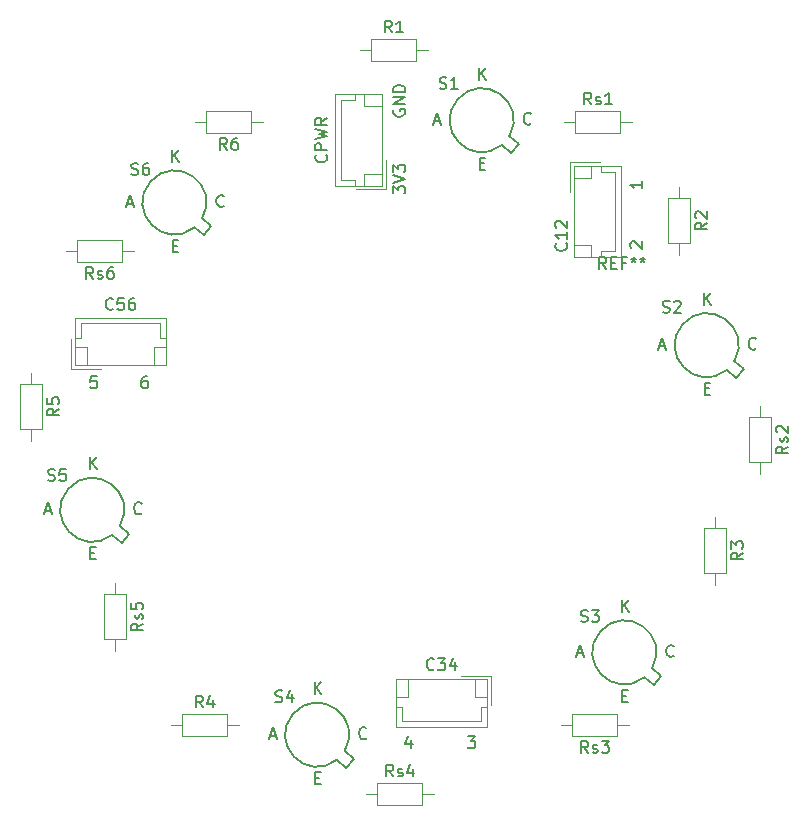
<source format=gbr>
%TF.GenerationSoftware,KiCad,Pcbnew,(5.1.10)-1*%
%TF.CreationDate,2021-12-11T16:43:53+01:00*%
%TF.ProjectId,qura_pump_pcb,71757261-5f70-4756-9d70-5f7063622e6b,rev?*%
%TF.SameCoordinates,Original*%
%TF.FileFunction,Legend,Top*%
%TF.FilePolarity,Positive*%
%FSLAX46Y46*%
G04 Gerber Fmt 4.6, Leading zero omitted, Abs format (unit mm)*
G04 Created by KiCad (PCBNEW (5.1.10)-1) date 2021-12-11 16:43:53*
%MOMM*%
%LPD*%
G01*
G04 APERTURE LIST*
%ADD10C,0.150000*%
%ADD11C,0.120000*%
%ADD12C,0.200000*%
G04 APERTURE END LIST*
D10*
X157996000Y-62737904D02*
X157948380Y-62833142D01*
X157948380Y-62976000D01*
X157996000Y-63118857D01*
X158091238Y-63214095D01*
X158186476Y-63261714D01*
X158376952Y-63309333D01*
X158519809Y-63309333D01*
X158710285Y-63261714D01*
X158805523Y-63214095D01*
X158900761Y-63118857D01*
X158948380Y-62976000D01*
X158948380Y-62880761D01*
X158900761Y-62737904D01*
X158853142Y-62690285D01*
X158519809Y-62690285D01*
X158519809Y-62880761D01*
X158948380Y-62261714D02*
X157948380Y-62261714D01*
X158948380Y-61690285D01*
X157948380Y-61690285D01*
X158948380Y-61214095D02*
X157948380Y-61214095D01*
X157948380Y-60976000D01*
X157996000Y-60833142D01*
X158091238Y-60737904D01*
X158186476Y-60690285D01*
X158376952Y-60642666D01*
X158519809Y-60642666D01*
X158710285Y-60690285D01*
X158805523Y-60737904D01*
X158900761Y-60833142D01*
X158948380Y-60976000D01*
X158948380Y-61214095D01*
X157948380Y-69818095D02*
X157948380Y-69199047D01*
X158329333Y-69532380D01*
X158329333Y-69389523D01*
X158376952Y-69294285D01*
X158424571Y-69246666D01*
X158519809Y-69199047D01*
X158757904Y-69199047D01*
X158853142Y-69246666D01*
X158900761Y-69294285D01*
X158948380Y-69389523D01*
X158948380Y-69675238D01*
X158900761Y-69770476D01*
X158853142Y-69818095D01*
X157948380Y-68913333D02*
X158948380Y-68580000D01*
X157948380Y-68246666D01*
X157948380Y-68008571D02*
X157948380Y-67389523D01*
X158329333Y-67722857D01*
X158329333Y-67580000D01*
X158376952Y-67484761D01*
X158424571Y-67437142D01*
X158519809Y-67389523D01*
X158757904Y-67389523D01*
X158853142Y-67437142D01*
X158900761Y-67484761D01*
X158948380Y-67580000D01*
X158948380Y-67865714D01*
X158900761Y-67960952D01*
X158853142Y-68008571D01*
X159448476Y-116117714D02*
X159448476Y-116784380D01*
X159210380Y-115736761D02*
X158972285Y-116451047D01*
X159591333Y-116451047D01*
X164258666Y-115784380D02*
X164877714Y-115784380D01*
X164544380Y-116165333D01*
X164687238Y-116165333D01*
X164782476Y-116212952D01*
X164830095Y-116260571D01*
X164877714Y-116355809D01*
X164877714Y-116593904D01*
X164830095Y-116689142D01*
X164782476Y-116736761D01*
X164687238Y-116784380D01*
X164401523Y-116784380D01*
X164306285Y-116736761D01*
X164258666Y-116689142D01*
X178109619Y-74453714D02*
X178062000Y-74406095D01*
X178014380Y-74310857D01*
X178014380Y-74072761D01*
X178062000Y-73977523D01*
X178109619Y-73929904D01*
X178204857Y-73882285D01*
X178300095Y-73882285D01*
X178442952Y-73929904D01*
X179014380Y-74501333D01*
X179014380Y-73882285D01*
X179014380Y-68802285D02*
X179014380Y-69373714D01*
X179014380Y-69088000D02*
X178014380Y-69088000D01*
X178157238Y-69183238D01*
X178252476Y-69278476D01*
X178300095Y-69373714D01*
X137096476Y-85304380D02*
X136906000Y-85304380D01*
X136810761Y-85352000D01*
X136763142Y-85399619D01*
X136667904Y-85542476D01*
X136620285Y-85732952D01*
X136620285Y-86113904D01*
X136667904Y-86209142D01*
X136715523Y-86256761D01*
X136810761Y-86304380D01*
X137001238Y-86304380D01*
X137096476Y-86256761D01*
X137144095Y-86209142D01*
X137191714Y-86113904D01*
X137191714Y-85875809D01*
X137144095Y-85780571D01*
X137096476Y-85732952D01*
X137001238Y-85685333D01*
X136810761Y-85685333D01*
X136715523Y-85732952D01*
X136667904Y-85780571D01*
X136620285Y-85875809D01*
X132826095Y-85304380D02*
X132349904Y-85304380D01*
X132302285Y-85780571D01*
X132349904Y-85732952D01*
X132445142Y-85685333D01*
X132683238Y-85685333D01*
X132778476Y-85732952D01*
X132826095Y-85780571D01*
X132873714Y-85875809D01*
X132873714Y-86113904D01*
X132826095Y-86209142D01*
X132778476Y-86256761D01*
X132683238Y-86304380D01*
X132445142Y-86304380D01*
X132349904Y-86256761D01*
X132302285Y-86209142D01*
D11*
%TO.C,CPWR*%
X152976000Y-69158000D02*
X156996000Y-69158000D01*
X156996000Y-69158000D02*
X156996000Y-61438000D01*
X156996000Y-61438000D02*
X152976000Y-61438000D01*
X152976000Y-61438000D02*
X152976000Y-69158000D01*
X154686000Y-69158000D02*
X154686000Y-68658000D01*
X154686000Y-68658000D02*
X153476000Y-68658000D01*
X153476000Y-68658000D02*
X153476000Y-61938000D01*
X153476000Y-61938000D02*
X154686000Y-61938000D01*
X154686000Y-61938000D02*
X154686000Y-61438000D01*
X155496000Y-69158000D02*
X155496000Y-68158000D01*
X155496000Y-68158000D02*
X156996000Y-68158000D01*
X155496000Y-61438000D02*
X155496000Y-62438000D01*
X155496000Y-62438000D02*
X156996000Y-62438000D01*
X154796000Y-69458000D02*
X157296000Y-69458000D01*
X157296000Y-69458000D02*
X157296000Y-66958000D01*
%TO.C,C34*%
X165892000Y-114994000D02*
X165892000Y-110974000D01*
X165892000Y-110974000D02*
X158172000Y-110974000D01*
X158172000Y-110974000D02*
X158172000Y-114994000D01*
X158172000Y-114994000D02*
X165892000Y-114994000D01*
X165892000Y-113284000D02*
X165392000Y-113284000D01*
X165392000Y-113284000D02*
X165392000Y-114494000D01*
X165392000Y-114494000D02*
X158672000Y-114494000D01*
X158672000Y-114494000D02*
X158672000Y-113284000D01*
X158672000Y-113284000D02*
X158172000Y-113284000D01*
X165892000Y-112474000D02*
X164892000Y-112474000D01*
X164892000Y-112474000D02*
X164892000Y-110974000D01*
X158172000Y-112474000D02*
X159172000Y-112474000D01*
X159172000Y-112474000D02*
X159172000Y-110974000D01*
X166192000Y-113174000D02*
X166192000Y-110674000D01*
X166192000Y-110674000D02*
X163692000Y-110674000D01*
%TO.C,C56*%
X130994000Y-80332000D02*
X130994000Y-84352000D01*
X130994000Y-84352000D02*
X138714000Y-84352000D01*
X138714000Y-84352000D02*
X138714000Y-80332000D01*
X138714000Y-80332000D02*
X130994000Y-80332000D01*
X130994000Y-82042000D02*
X131494000Y-82042000D01*
X131494000Y-82042000D02*
X131494000Y-80832000D01*
X131494000Y-80832000D02*
X138214000Y-80832000D01*
X138214000Y-80832000D02*
X138214000Y-82042000D01*
X138214000Y-82042000D02*
X138714000Y-82042000D01*
X130994000Y-82852000D02*
X131994000Y-82852000D01*
X131994000Y-82852000D02*
X131994000Y-84352000D01*
X138714000Y-82852000D02*
X137714000Y-82852000D01*
X137714000Y-82852000D02*
X137714000Y-84352000D01*
X130694000Y-82152000D02*
X130694000Y-84652000D01*
X130694000Y-84652000D02*
X133194000Y-84652000D01*
%TO.C,Rs2*%
X189896000Y-88758000D02*
X188056000Y-88758000D01*
X188056000Y-88758000D02*
X188056000Y-92598000D01*
X188056000Y-92598000D02*
X189896000Y-92598000D01*
X189896000Y-92598000D02*
X189896000Y-88758000D01*
X188976000Y-87808000D02*
X188976000Y-88758000D01*
X188976000Y-93548000D02*
X188976000Y-92598000D01*
%TO.C,Rs6*%
X135016000Y-75596000D02*
X135016000Y-73756000D01*
X135016000Y-73756000D02*
X131176000Y-73756000D01*
X131176000Y-73756000D02*
X131176000Y-75596000D01*
X131176000Y-75596000D02*
X135016000Y-75596000D01*
X135966000Y-74676000D02*
X135016000Y-74676000D01*
X130226000Y-74676000D02*
X131176000Y-74676000D01*
%TO.C,Rs5*%
X135286000Y-103744000D02*
X133446000Y-103744000D01*
X133446000Y-103744000D02*
X133446000Y-107584000D01*
X133446000Y-107584000D02*
X135286000Y-107584000D01*
X135286000Y-107584000D02*
X135286000Y-103744000D01*
X134366000Y-102794000D02*
X134366000Y-103744000D01*
X134366000Y-108534000D02*
X134366000Y-107584000D01*
%TO.C,Rs4*%
X156576000Y-119730000D02*
X156576000Y-121570000D01*
X156576000Y-121570000D02*
X160416000Y-121570000D01*
X160416000Y-121570000D02*
X160416000Y-119730000D01*
X160416000Y-119730000D02*
X156576000Y-119730000D01*
X155626000Y-120650000D02*
X156576000Y-120650000D01*
X161366000Y-120650000D02*
X160416000Y-120650000D01*
%TO.C,Rs3*%
X176926000Y-115728000D02*
X176926000Y-113888000D01*
X176926000Y-113888000D02*
X173086000Y-113888000D01*
X173086000Y-113888000D02*
X173086000Y-115728000D01*
X173086000Y-115728000D02*
X176926000Y-115728000D01*
X177876000Y-114808000D02*
X176926000Y-114808000D01*
X172136000Y-114808000D02*
X173086000Y-114808000D01*
%TO.C,Rs1*%
X173340000Y-62834000D02*
X173340000Y-64674000D01*
X173340000Y-64674000D02*
X177180000Y-64674000D01*
X177180000Y-64674000D02*
X177180000Y-62834000D01*
X177180000Y-62834000D02*
X173340000Y-62834000D01*
X172390000Y-63754000D02*
X173340000Y-63754000D01*
X178130000Y-63754000D02*
X177180000Y-63754000D01*
%TO.C,R6*%
X145938000Y-64674000D02*
X145938000Y-62834000D01*
X145938000Y-62834000D02*
X142098000Y-62834000D01*
X142098000Y-62834000D02*
X142098000Y-64674000D01*
X142098000Y-64674000D02*
X145938000Y-64674000D01*
X146888000Y-63754000D02*
X145938000Y-63754000D01*
X141148000Y-63754000D02*
X142098000Y-63754000D01*
%TO.C,R5*%
X128174000Y-85964000D02*
X126334000Y-85964000D01*
X126334000Y-85964000D02*
X126334000Y-89804000D01*
X126334000Y-89804000D02*
X128174000Y-89804000D01*
X128174000Y-89804000D02*
X128174000Y-85964000D01*
X127254000Y-85014000D02*
X127254000Y-85964000D01*
X127254000Y-90754000D02*
X127254000Y-89804000D01*
%TO.C,R4*%
X140066000Y-113888000D02*
X140066000Y-115728000D01*
X140066000Y-115728000D02*
X143906000Y-115728000D01*
X143906000Y-115728000D02*
X143906000Y-113888000D01*
X143906000Y-113888000D02*
X140066000Y-113888000D01*
X139116000Y-114808000D02*
X140066000Y-114808000D01*
X144856000Y-114808000D02*
X143906000Y-114808000D01*
%TO.C,R3*%
X186086000Y-98156000D02*
X184246000Y-98156000D01*
X184246000Y-98156000D02*
X184246000Y-101996000D01*
X184246000Y-101996000D02*
X186086000Y-101996000D01*
X186086000Y-101996000D02*
X186086000Y-98156000D01*
X185166000Y-97206000D02*
X185166000Y-98156000D01*
X185166000Y-102946000D02*
X185166000Y-101996000D01*
%TO.C,R2*%
X183038000Y-70216000D02*
X181198000Y-70216000D01*
X181198000Y-70216000D02*
X181198000Y-74056000D01*
X181198000Y-74056000D02*
X183038000Y-74056000D01*
X183038000Y-74056000D02*
X183038000Y-70216000D01*
X182118000Y-69266000D02*
X182118000Y-70216000D01*
X182118000Y-75006000D02*
X182118000Y-74056000D01*
%TO.C,R1*%
X156068000Y-56738000D02*
X156068000Y-58578000D01*
X156068000Y-58578000D02*
X159908000Y-58578000D01*
X159908000Y-58578000D02*
X159908000Y-56738000D01*
X159908000Y-56738000D02*
X156068000Y-56738000D01*
X155118000Y-57658000D02*
X156068000Y-57658000D01*
X160858000Y-57658000D02*
X159908000Y-57658000D01*
D12*
%TO.C,OPB730F6*%
X141099232Y-72699602D02*
G75*
G02*
X141752216Y-71942195I-1683080J2111218D01*
G01*
X141099232Y-72699602D02*
X141899829Y-73379653D01*
X141899829Y-73379653D02*
X142547225Y-72617500D01*
X142547225Y-72617500D02*
X141752216Y-71942195D01*
%TO.C,OPB730F5*%
X134139232Y-98719602D02*
G75*
G02*
X134792216Y-97962195I-1683080J2111218D01*
G01*
X134139232Y-98719602D02*
X134939829Y-99399653D01*
X134939829Y-99399653D02*
X135587225Y-98637500D01*
X135587225Y-98637500D02*
X134792216Y-97962195D01*
%TO.C,OPB730F4*%
X153179232Y-117759602D02*
G75*
G02*
X153832216Y-117002195I-1683080J2111218D01*
G01*
X153179232Y-117759602D02*
X153979829Y-118439653D01*
X153979829Y-118439653D02*
X154627225Y-117677500D01*
X154627225Y-117677500D02*
X153832216Y-117002195D01*
%TO.C,OPB730F3*%
X179189232Y-110789602D02*
G75*
G02*
X179842216Y-110032195I-1683080J2111218D01*
G01*
X179189232Y-110789602D02*
X179989829Y-111469653D01*
X179989829Y-111469653D02*
X180637225Y-110707500D01*
X180637225Y-110707500D02*
X179842216Y-110032195D01*
%TO.C,OPB730F2*%
X186159232Y-84779602D02*
G75*
G02*
X186812216Y-84022195I-1683080J2111218D01*
G01*
X186159232Y-84779602D02*
X186959829Y-85459653D01*
X186959829Y-85459653D02*
X187607225Y-84697500D01*
X187607225Y-84697500D02*
X186812216Y-84022195D01*
%TO.C,OPB730F1*%
X167109232Y-65729602D02*
G75*
G02*
X167762216Y-64972195I-1683080J2111218D01*
G01*
X167109232Y-65729602D02*
X167909829Y-66409653D01*
X167909829Y-66409653D02*
X168557225Y-65647500D01*
X168557225Y-65647500D02*
X167762216Y-64972195D01*
D11*
%TO.C,C12*%
X177224000Y-67494000D02*
X173204000Y-67494000D01*
X173204000Y-67494000D02*
X173204000Y-75214000D01*
X173204000Y-75214000D02*
X177224000Y-75214000D01*
X177224000Y-75214000D02*
X177224000Y-67494000D01*
X175514000Y-67494000D02*
X175514000Y-67994000D01*
X175514000Y-67994000D02*
X176724000Y-67994000D01*
X176724000Y-67994000D02*
X176724000Y-74714000D01*
X176724000Y-74714000D02*
X175514000Y-74714000D01*
X175514000Y-74714000D02*
X175514000Y-75214000D01*
X174704000Y-67494000D02*
X174704000Y-68494000D01*
X174704000Y-68494000D02*
X173204000Y-68494000D01*
X174704000Y-75214000D02*
X174704000Y-74214000D01*
X174704000Y-74214000D02*
X173204000Y-74214000D01*
X175404000Y-67194000D02*
X172904000Y-67194000D01*
X172904000Y-67194000D02*
X172904000Y-69694000D01*
%TO.C,REF\u002A\u002A*%
D10*
X175958666Y-76208380D02*
X175625333Y-75732190D01*
X175387238Y-76208380D02*
X175387238Y-75208380D01*
X175768190Y-75208380D01*
X175863428Y-75256000D01*
X175911047Y-75303619D01*
X175958666Y-75398857D01*
X175958666Y-75541714D01*
X175911047Y-75636952D01*
X175863428Y-75684571D01*
X175768190Y-75732190D01*
X175387238Y-75732190D01*
X176387238Y-75684571D02*
X176720571Y-75684571D01*
X176863428Y-76208380D02*
X176387238Y-76208380D01*
X176387238Y-75208380D01*
X176863428Y-75208380D01*
X177625333Y-75684571D02*
X177292000Y-75684571D01*
X177292000Y-76208380D02*
X177292000Y-75208380D01*
X177768190Y-75208380D01*
X178292000Y-75208380D02*
X178292000Y-75446476D01*
X178053904Y-75351238D02*
X178292000Y-75446476D01*
X178530095Y-75351238D01*
X178149142Y-75636952D02*
X178292000Y-75446476D01*
X178434857Y-75636952D01*
X179053904Y-75208380D02*
X179053904Y-75446476D01*
X178815809Y-75351238D02*
X179053904Y-75446476D01*
X179292000Y-75351238D01*
X178911047Y-75636952D02*
X179053904Y-75446476D01*
X179196761Y-75636952D01*
%TO.C,CPWR*%
X152243142Y-66559904D02*
X152290761Y-66607523D01*
X152338380Y-66750380D01*
X152338380Y-66845619D01*
X152290761Y-66988476D01*
X152195523Y-67083714D01*
X152100285Y-67131333D01*
X151909809Y-67178952D01*
X151766952Y-67178952D01*
X151576476Y-67131333D01*
X151481238Y-67083714D01*
X151386000Y-66988476D01*
X151338380Y-66845619D01*
X151338380Y-66750380D01*
X151386000Y-66607523D01*
X151433619Y-66559904D01*
X152338380Y-66131333D02*
X151338380Y-66131333D01*
X151338380Y-65750380D01*
X151386000Y-65655142D01*
X151433619Y-65607523D01*
X151528857Y-65559904D01*
X151671714Y-65559904D01*
X151766952Y-65607523D01*
X151814571Y-65655142D01*
X151862190Y-65750380D01*
X151862190Y-66131333D01*
X151338380Y-65226571D02*
X152338380Y-64988476D01*
X151624095Y-64798000D01*
X152338380Y-64607523D01*
X151338380Y-64369428D01*
X152338380Y-63417047D02*
X151862190Y-63750380D01*
X152338380Y-63988476D02*
X151338380Y-63988476D01*
X151338380Y-63607523D01*
X151386000Y-63512285D01*
X151433619Y-63464666D01*
X151528857Y-63417047D01*
X151671714Y-63417047D01*
X151766952Y-63464666D01*
X151814571Y-63512285D01*
X151862190Y-63607523D01*
X151862190Y-63988476D01*
%TO.C,C34*%
X161389142Y-110085142D02*
X161341523Y-110132761D01*
X161198666Y-110180380D01*
X161103428Y-110180380D01*
X160960571Y-110132761D01*
X160865333Y-110037523D01*
X160817714Y-109942285D01*
X160770095Y-109751809D01*
X160770095Y-109608952D01*
X160817714Y-109418476D01*
X160865333Y-109323238D01*
X160960571Y-109228000D01*
X161103428Y-109180380D01*
X161198666Y-109180380D01*
X161341523Y-109228000D01*
X161389142Y-109275619D01*
X161722476Y-109180380D02*
X162341523Y-109180380D01*
X162008190Y-109561333D01*
X162151047Y-109561333D01*
X162246285Y-109608952D01*
X162293904Y-109656571D01*
X162341523Y-109751809D01*
X162341523Y-109989904D01*
X162293904Y-110085142D01*
X162246285Y-110132761D01*
X162151047Y-110180380D01*
X161865333Y-110180380D01*
X161770095Y-110132761D01*
X161722476Y-110085142D01*
X163198666Y-109513714D02*
X163198666Y-110180380D01*
X162960571Y-109132761D02*
X162722476Y-109847047D01*
X163341523Y-109847047D01*
%TO.C,C56*%
X134211142Y-79599142D02*
X134163523Y-79646761D01*
X134020666Y-79694380D01*
X133925428Y-79694380D01*
X133782571Y-79646761D01*
X133687333Y-79551523D01*
X133639714Y-79456285D01*
X133592095Y-79265809D01*
X133592095Y-79122952D01*
X133639714Y-78932476D01*
X133687333Y-78837238D01*
X133782571Y-78742000D01*
X133925428Y-78694380D01*
X134020666Y-78694380D01*
X134163523Y-78742000D01*
X134211142Y-78789619D01*
X135115904Y-78694380D02*
X134639714Y-78694380D01*
X134592095Y-79170571D01*
X134639714Y-79122952D01*
X134734952Y-79075333D01*
X134973047Y-79075333D01*
X135068285Y-79122952D01*
X135115904Y-79170571D01*
X135163523Y-79265809D01*
X135163523Y-79503904D01*
X135115904Y-79599142D01*
X135068285Y-79646761D01*
X134973047Y-79694380D01*
X134734952Y-79694380D01*
X134639714Y-79646761D01*
X134592095Y-79599142D01*
X136020666Y-78694380D02*
X135830190Y-78694380D01*
X135734952Y-78742000D01*
X135687333Y-78789619D01*
X135592095Y-78932476D01*
X135544476Y-79122952D01*
X135544476Y-79503904D01*
X135592095Y-79599142D01*
X135639714Y-79646761D01*
X135734952Y-79694380D01*
X135925428Y-79694380D01*
X136020666Y-79646761D01*
X136068285Y-79599142D01*
X136115904Y-79503904D01*
X136115904Y-79265809D01*
X136068285Y-79170571D01*
X136020666Y-79122952D01*
X135925428Y-79075333D01*
X135734952Y-79075333D01*
X135639714Y-79122952D01*
X135592095Y-79170571D01*
X135544476Y-79265809D01*
%TO.C,Rs2*%
X191348380Y-91249428D02*
X190872190Y-91582761D01*
X191348380Y-91820857D02*
X190348380Y-91820857D01*
X190348380Y-91439904D01*
X190396000Y-91344666D01*
X190443619Y-91297047D01*
X190538857Y-91249428D01*
X190681714Y-91249428D01*
X190776952Y-91297047D01*
X190824571Y-91344666D01*
X190872190Y-91439904D01*
X190872190Y-91820857D01*
X191300761Y-90868476D02*
X191348380Y-90773238D01*
X191348380Y-90582761D01*
X191300761Y-90487523D01*
X191205523Y-90439904D01*
X191157904Y-90439904D01*
X191062666Y-90487523D01*
X191015047Y-90582761D01*
X191015047Y-90725619D01*
X190967428Y-90820857D01*
X190872190Y-90868476D01*
X190824571Y-90868476D01*
X190729333Y-90820857D01*
X190681714Y-90725619D01*
X190681714Y-90582761D01*
X190729333Y-90487523D01*
X190443619Y-90058952D02*
X190396000Y-90011333D01*
X190348380Y-89916095D01*
X190348380Y-89678000D01*
X190396000Y-89582761D01*
X190443619Y-89535142D01*
X190538857Y-89487523D01*
X190634095Y-89487523D01*
X190776952Y-89535142D01*
X191348380Y-90106571D01*
X191348380Y-89487523D01*
%TO.C,Rs6*%
X132524571Y-77048380D02*
X132191238Y-76572190D01*
X131953142Y-77048380D02*
X131953142Y-76048380D01*
X132334095Y-76048380D01*
X132429333Y-76096000D01*
X132476952Y-76143619D01*
X132524571Y-76238857D01*
X132524571Y-76381714D01*
X132476952Y-76476952D01*
X132429333Y-76524571D01*
X132334095Y-76572190D01*
X131953142Y-76572190D01*
X132905523Y-77000761D02*
X133000761Y-77048380D01*
X133191238Y-77048380D01*
X133286476Y-77000761D01*
X133334095Y-76905523D01*
X133334095Y-76857904D01*
X133286476Y-76762666D01*
X133191238Y-76715047D01*
X133048380Y-76715047D01*
X132953142Y-76667428D01*
X132905523Y-76572190D01*
X132905523Y-76524571D01*
X132953142Y-76429333D01*
X133048380Y-76381714D01*
X133191238Y-76381714D01*
X133286476Y-76429333D01*
X134191238Y-76048380D02*
X134000761Y-76048380D01*
X133905523Y-76096000D01*
X133857904Y-76143619D01*
X133762666Y-76286476D01*
X133715047Y-76476952D01*
X133715047Y-76857904D01*
X133762666Y-76953142D01*
X133810285Y-77000761D01*
X133905523Y-77048380D01*
X134096000Y-77048380D01*
X134191238Y-77000761D01*
X134238857Y-76953142D01*
X134286476Y-76857904D01*
X134286476Y-76619809D01*
X134238857Y-76524571D01*
X134191238Y-76476952D01*
X134096000Y-76429333D01*
X133905523Y-76429333D01*
X133810285Y-76476952D01*
X133762666Y-76524571D01*
X133715047Y-76619809D01*
%TO.C,Rs5*%
X136738380Y-106235428D02*
X136262190Y-106568761D01*
X136738380Y-106806857D02*
X135738380Y-106806857D01*
X135738380Y-106425904D01*
X135786000Y-106330666D01*
X135833619Y-106283047D01*
X135928857Y-106235428D01*
X136071714Y-106235428D01*
X136166952Y-106283047D01*
X136214571Y-106330666D01*
X136262190Y-106425904D01*
X136262190Y-106806857D01*
X136690761Y-105854476D02*
X136738380Y-105759238D01*
X136738380Y-105568761D01*
X136690761Y-105473523D01*
X136595523Y-105425904D01*
X136547904Y-105425904D01*
X136452666Y-105473523D01*
X136405047Y-105568761D01*
X136405047Y-105711619D01*
X136357428Y-105806857D01*
X136262190Y-105854476D01*
X136214571Y-105854476D01*
X136119333Y-105806857D01*
X136071714Y-105711619D01*
X136071714Y-105568761D01*
X136119333Y-105473523D01*
X135738380Y-104521142D02*
X135738380Y-104997333D01*
X136214571Y-105044952D01*
X136166952Y-104997333D01*
X136119333Y-104902095D01*
X136119333Y-104664000D01*
X136166952Y-104568761D01*
X136214571Y-104521142D01*
X136309809Y-104473523D01*
X136547904Y-104473523D01*
X136643142Y-104521142D01*
X136690761Y-104568761D01*
X136738380Y-104664000D01*
X136738380Y-104902095D01*
X136690761Y-104997333D01*
X136643142Y-105044952D01*
%TO.C,Rs4*%
X157924571Y-119182380D02*
X157591238Y-118706190D01*
X157353142Y-119182380D02*
X157353142Y-118182380D01*
X157734095Y-118182380D01*
X157829333Y-118230000D01*
X157876952Y-118277619D01*
X157924571Y-118372857D01*
X157924571Y-118515714D01*
X157876952Y-118610952D01*
X157829333Y-118658571D01*
X157734095Y-118706190D01*
X157353142Y-118706190D01*
X158305523Y-119134761D02*
X158400761Y-119182380D01*
X158591238Y-119182380D01*
X158686476Y-119134761D01*
X158734095Y-119039523D01*
X158734095Y-118991904D01*
X158686476Y-118896666D01*
X158591238Y-118849047D01*
X158448380Y-118849047D01*
X158353142Y-118801428D01*
X158305523Y-118706190D01*
X158305523Y-118658571D01*
X158353142Y-118563333D01*
X158448380Y-118515714D01*
X158591238Y-118515714D01*
X158686476Y-118563333D01*
X159591238Y-118515714D02*
X159591238Y-119182380D01*
X159353142Y-118134761D02*
X159115047Y-118849047D01*
X159734095Y-118849047D01*
%TO.C,Rs3*%
X174434571Y-117180380D02*
X174101238Y-116704190D01*
X173863142Y-117180380D02*
X173863142Y-116180380D01*
X174244095Y-116180380D01*
X174339333Y-116228000D01*
X174386952Y-116275619D01*
X174434571Y-116370857D01*
X174434571Y-116513714D01*
X174386952Y-116608952D01*
X174339333Y-116656571D01*
X174244095Y-116704190D01*
X173863142Y-116704190D01*
X174815523Y-117132761D02*
X174910761Y-117180380D01*
X175101238Y-117180380D01*
X175196476Y-117132761D01*
X175244095Y-117037523D01*
X175244095Y-116989904D01*
X175196476Y-116894666D01*
X175101238Y-116847047D01*
X174958380Y-116847047D01*
X174863142Y-116799428D01*
X174815523Y-116704190D01*
X174815523Y-116656571D01*
X174863142Y-116561333D01*
X174958380Y-116513714D01*
X175101238Y-116513714D01*
X175196476Y-116561333D01*
X175577428Y-116180380D02*
X176196476Y-116180380D01*
X175863142Y-116561333D01*
X176006000Y-116561333D01*
X176101238Y-116608952D01*
X176148857Y-116656571D01*
X176196476Y-116751809D01*
X176196476Y-116989904D01*
X176148857Y-117085142D01*
X176101238Y-117132761D01*
X176006000Y-117180380D01*
X175720285Y-117180380D01*
X175625047Y-117132761D01*
X175577428Y-117085142D01*
%TO.C,Rs1*%
X174688571Y-62286380D02*
X174355238Y-61810190D01*
X174117142Y-62286380D02*
X174117142Y-61286380D01*
X174498095Y-61286380D01*
X174593333Y-61334000D01*
X174640952Y-61381619D01*
X174688571Y-61476857D01*
X174688571Y-61619714D01*
X174640952Y-61714952D01*
X174593333Y-61762571D01*
X174498095Y-61810190D01*
X174117142Y-61810190D01*
X175069523Y-62238761D02*
X175164761Y-62286380D01*
X175355238Y-62286380D01*
X175450476Y-62238761D01*
X175498095Y-62143523D01*
X175498095Y-62095904D01*
X175450476Y-62000666D01*
X175355238Y-61953047D01*
X175212380Y-61953047D01*
X175117142Y-61905428D01*
X175069523Y-61810190D01*
X175069523Y-61762571D01*
X175117142Y-61667333D01*
X175212380Y-61619714D01*
X175355238Y-61619714D01*
X175450476Y-61667333D01*
X176450476Y-62286380D02*
X175879047Y-62286380D01*
X176164761Y-62286380D02*
X176164761Y-61286380D01*
X176069523Y-61429238D01*
X175974285Y-61524476D01*
X175879047Y-61572095D01*
%TO.C,R6*%
X143851333Y-66126380D02*
X143518000Y-65650190D01*
X143279904Y-66126380D02*
X143279904Y-65126380D01*
X143660857Y-65126380D01*
X143756095Y-65174000D01*
X143803714Y-65221619D01*
X143851333Y-65316857D01*
X143851333Y-65459714D01*
X143803714Y-65554952D01*
X143756095Y-65602571D01*
X143660857Y-65650190D01*
X143279904Y-65650190D01*
X144708476Y-65126380D02*
X144518000Y-65126380D01*
X144422761Y-65174000D01*
X144375142Y-65221619D01*
X144279904Y-65364476D01*
X144232285Y-65554952D01*
X144232285Y-65935904D01*
X144279904Y-66031142D01*
X144327523Y-66078761D01*
X144422761Y-66126380D01*
X144613238Y-66126380D01*
X144708476Y-66078761D01*
X144756095Y-66031142D01*
X144803714Y-65935904D01*
X144803714Y-65697809D01*
X144756095Y-65602571D01*
X144708476Y-65554952D01*
X144613238Y-65507333D01*
X144422761Y-65507333D01*
X144327523Y-65554952D01*
X144279904Y-65602571D01*
X144232285Y-65697809D01*
%TO.C,R5*%
X129626380Y-88050666D02*
X129150190Y-88384000D01*
X129626380Y-88622095D02*
X128626380Y-88622095D01*
X128626380Y-88241142D01*
X128674000Y-88145904D01*
X128721619Y-88098285D01*
X128816857Y-88050666D01*
X128959714Y-88050666D01*
X129054952Y-88098285D01*
X129102571Y-88145904D01*
X129150190Y-88241142D01*
X129150190Y-88622095D01*
X128626380Y-87145904D02*
X128626380Y-87622095D01*
X129102571Y-87669714D01*
X129054952Y-87622095D01*
X129007333Y-87526857D01*
X129007333Y-87288761D01*
X129054952Y-87193523D01*
X129102571Y-87145904D01*
X129197809Y-87098285D01*
X129435904Y-87098285D01*
X129531142Y-87145904D01*
X129578761Y-87193523D01*
X129626380Y-87288761D01*
X129626380Y-87526857D01*
X129578761Y-87622095D01*
X129531142Y-87669714D01*
%TO.C,R4*%
X141819333Y-113340380D02*
X141486000Y-112864190D01*
X141247904Y-113340380D02*
X141247904Y-112340380D01*
X141628857Y-112340380D01*
X141724095Y-112388000D01*
X141771714Y-112435619D01*
X141819333Y-112530857D01*
X141819333Y-112673714D01*
X141771714Y-112768952D01*
X141724095Y-112816571D01*
X141628857Y-112864190D01*
X141247904Y-112864190D01*
X142676476Y-112673714D02*
X142676476Y-113340380D01*
X142438380Y-112292761D02*
X142200285Y-113007047D01*
X142819333Y-113007047D01*
%TO.C,R3*%
X187538380Y-100242666D02*
X187062190Y-100576000D01*
X187538380Y-100814095D02*
X186538380Y-100814095D01*
X186538380Y-100433142D01*
X186586000Y-100337904D01*
X186633619Y-100290285D01*
X186728857Y-100242666D01*
X186871714Y-100242666D01*
X186966952Y-100290285D01*
X187014571Y-100337904D01*
X187062190Y-100433142D01*
X187062190Y-100814095D01*
X186538380Y-99909333D02*
X186538380Y-99290285D01*
X186919333Y-99623619D01*
X186919333Y-99480761D01*
X186966952Y-99385523D01*
X187014571Y-99337904D01*
X187109809Y-99290285D01*
X187347904Y-99290285D01*
X187443142Y-99337904D01*
X187490761Y-99385523D01*
X187538380Y-99480761D01*
X187538380Y-99766476D01*
X187490761Y-99861714D01*
X187443142Y-99909333D01*
%TO.C,R2*%
X184490380Y-72302666D02*
X184014190Y-72636000D01*
X184490380Y-72874095D02*
X183490380Y-72874095D01*
X183490380Y-72493142D01*
X183538000Y-72397904D01*
X183585619Y-72350285D01*
X183680857Y-72302666D01*
X183823714Y-72302666D01*
X183918952Y-72350285D01*
X183966571Y-72397904D01*
X184014190Y-72493142D01*
X184014190Y-72874095D01*
X183585619Y-71921714D02*
X183538000Y-71874095D01*
X183490380Y-71778857D01*
X183490380Y-71540761D01*
X183538000Y-71445523D01*
X183585619Y-71397904D01*
X183680857Y-71350285D01*
X183776095Y-71350285D01*
X183918952Y-71397904D01*
X184490380Y-71969333D01*
X184490380Y-71350285D01*
%TO.C,R1*%
X157821333Y-56190380D02*
X157488000Y-55714190D01*
X157249904Y-56190380D02*
X157249904Y-55190380D01*
X157630857Y-55190380D01*
X157726095Y-55238000D01*
X157773714Y-55285619D01*
X157821333Y-55380857D01*
X157821333Y-55523714D01*
X157773714Y-55618952D01*
X157726095Y-55666571D01*
X157630857Y-55714190D01*
X157249904Y-55714190D01*
X158773714Y-56190380D02*
X158202285Y-56190380D01*
X158488000Y-56190380D02*
X158488000Y-55190380D01*
X158392761Y-55333238D01*
X158297523Y-55428476D01*
X158202285Y-55476095D01*
%TO.C,OPB730F6*%
X135768095Y-68204761D02*
X135910952Y-68252380D01*
X136149047Y-68252380D01*
X136244285Y-68204761D01*
X136291904Y-68157142D01*
X136339523Y-68061904D01*
X136339523Y-67966666D01*
X136291904Y-67871428D01*
X136244285Y-67823809D01*
X136149047Y-67776190D01*
X135958571Y-67728571D01*
X135863333Y-67680952D01*
X135815714Y-67633333D01*
X135768095Y-67538095D01*
X135768095Y-67442857D01*
X135815714Y-67347619D01*
X135863333Y-67300000D01*
X135958571Y-67252380D01*
X136196666Y-67252380D01*
X136339523Y-67300000D01*
X137196666Y-67252380D02*
X137006190Y-67252380D01*
X136910952Y-67300000D01*
X136863333Y-67347619D01*
X136768095Y-67490476D01*
X136720476Y-67680952D01*
X136720476Y-68061904D01*
X136768095Y-68157142D01*
X136815714Y-68204761D01*
X136910952Y-68252380D01*
X137101428Y-68252380D01*
X137196666Y-68204761D01*
X137244285Y-68157142D01*
X137291904Y-68061904D01*
X137291904Y-67823809D01*
X137244285Y-67728571D01*
X137196666Y-67680952D01*
X137101428Y-67633333D01*
X136910952Y-67633333D01*
X136815714Y-67680952D01*
X136768095Y-67728571D01*
X136720476Y-67823809D01*
X143589523Y-70867142D02*
X143541904Y-70914761D01*
X143399047Y-70962380D01*
X143303809Y-70962380D01*
X143160952Y-70914761D01*
X143065714Y-70819523D01*
X143018095Y-70724285D01*
X142970476Y-70533809D01*
X142970476Y-70390952D01*
X143018095Y-70200476D01*
X143065714Y-70105238D01*
X143160952Y-70010000D01*
X143303809Y-69962380D01*
X143399047Y-69962380D01*
X143541904Y-70010000D01*
X143589523Y-70057619D01*
X139208095Y-67152380D02*
X139208095Y-66152380D01*
X139779523Y-67152380D02*
X139350952Y-66580952D01*
X139779523Y-66152380D02*
X139208095Y-66723809D01*
X135421904Y-70676666D02*
X135898095Y-70676666D01*
X135326666Y-70962380D02*
X135660000Y-69962380D01*
X135993333Y-70962380D01*
X139255714Y-74248571D02*
X139589047Y-74248571D01*
X139731904Y-74772380D02*
X139255714Y-74772380D01*
X139255714Y-73772380D01*
X139731904Y-73772380D01*
%TO.C,OPB730F5*%
X128728095Y-94114761D02*
X128870952Y-94162380D01*
X129109047Y-94162380D01*
X129204285Y-94114761D01*
X129251904Y-94067142D01*
X129299523Y-93971904D01*
X129299523Y-93876666D01*
X129251904Y-93781428D01*
X129204285Y-93733809D01*
X129109047Y-93686190D01*
X128918571Y-93638571D01*
X128823333Y-93590952D01*
X128775714Y-93543333D01*
X128728095Y-93448095D01*
X128728095Y-93352857D01*
X128775714Y-93257619D01*
X128823333Y-93210000D01*
X128918571Y-93162380D01*
X129156666Y-93162380D01*
X129299523Y-93210000D01*
X130204285Y-93162380D02*
X129728095Y-93162380D01*
X129680476Y-93638571D01*
X129728095Y-93590952D01*
X129823333Y-93543333D01*
X130061428Y-93543333D01*
X130156666Y-93590952D01*
X130204285Y-93638571D01*
X130251904Y-93733809D01*
X130251904Y-93971904D01*
X130204285Y-94067142D01*
X130156666Y-94114761D01*
X130061428Y-94162380D01*
X129823333Y-94162380D01*
X129728095Y-94114761D01*
X129680476Y-94067142D01*
X136629523Y-96887142D02*
X136581904Y-96934761D01*
X136439047Y-96982380D01*
X136343809Y-96982380D01*
X136200952Y-96934761D01*
X136105714Y-96839523D01*
X136058095Y-96744285D01*
X136010476Y-96553809D01*
X136010476Y-96410952D01*
X136058095Y-96220476D01*
X136105714Y-96125238D01*
X136200952Y-96030000D01*
X136343809Y-95982380D01*
X136439047Y-95982380D01*
X136581904Y-96030000D01*
X136629523Y-96077619D01*
X132248095Y-93172380D02*
X132248095Y-92172380D01*
X132819523Y-93172380D02*
X132390952Y-92600952D01*
X132819523Y-92172380D02*
X132248095Y-92743809D01*
X128461904Y-96696666D02*
X128938095Y-96696666D01*
X128366666Y-96982380D02*
X128700000Y-95982380D01*
X129033333Y-96982380D01*
X132295714Y-100268571D02*
X132629047Y-100268571D01*
X132771904Y-100792380D02*
X132295714Y-100792380D01*
X132295714Y-99792380D01*
X132771904Y-99792380D01*
%TO.C,OPB730F4*%
X147968095Y-112854761D02*
X148110952Y-112902380D01*
X148349047Y-112902380D01*
X148444285Y-112854761D01*
X148491904Y-112807142D01*
X148539523Y-112711904D01*
X148539523Y-112616666D01*
X148491904Y-112521428D01*
X148444285Y-112473809D01*
X148349047Y-112426190D01*
X148158571Y-112378571D01*
X148063333Y-112330952D01*
X148015714Y-112283333D01*
X147968095Y-112188095D01*
X147968095Y-112092857D01*
X148015714Y-111997619D01*
X148063333Y-111950000D01*
X148158571Y-111902380D01*
X148396666Y-111902380D01*
X148539523Y-111950000D01*
X149396666Y-112235714D02*
X149396666Y-112902380D01*
X149158571Y-111854761D02*
X148920476Y-112569047D01*
X149539523Y-112569047D01*
X155669523Y-115927142D02*
X155621904Y-115974761D01*
X155479047Y-116022380D01*
X155383809Y-116022380D01*
X155240952Y-115974761D01*
X155145714Y-115879523D01*
X155098095Y-115784285D01*
X155050476Y-115593809D01*
X155050476Y-115450952D01*
X155098095Y-115260476D01*
X155145714Y-115165238D01*
X155240952Y-115070000D01*
X155383809Y-115022380D01*
X155479047Y-115022380D01*
X155621904Y-115070000D01*
X155669523Y-115117619D01*
X151288095Y-112212380D02*
X151288095Y-111212380D01*
X151859523Y-112212380D02*
X151430952Y-111640952D01*
X151859523Y-111212380D02*
X151288095Y-111783809D01*
X147501904Y-115736666D02*
X147978095Y-115736666D01*
X147406666Y-116022380D02*
X147740000Y-115022380D01*
X148073333Y-116022380D01*
X151335714Y-119308571D02*
X151669047Y-119308571D01*
X151811904Y-119832380D02*
X151335714Y-119832380D01*
X151335714Y-118832380D01*
X151811904Y-118832380D01*
%TO.C,OPB730F3*%
X173828095Y-106044761D02*
X173970952Y-106092380D01*
X174209047Y-106092380D01*
X174304285Y-106044761D01*
X174351904Y-105997142D01*
X174399523Y-105901904D01*
X174399523Y-105806666D01*
X174351904Y-105711428D01*
X174304285Y-105663809D01*
X174209047Y-105616190D01*
X174018571Y-105568571D01*
X173923333Y-105520952D01*
X173875714Y-105473333D01*
X173828095Y-105378095D01*
X173828095Y-105282857D01*
X173875714Y-105187619D01*
X173923333Y-105140000D01*
X174018571Y-105092380D01*
X174256666Y-105092380D01*
X174399523Y-105140000D01*
X174732857Y-105092380D02*
X175351904Y-105092380D01*
X175018571Y-105473333D01*
X175161428Y-105473333D01*
X175256666Y-105520952D01*
X175304285Y-105568571D01*
X175351904Y-105663809D01*
X175351904Y-105901904D01*
X175304285Y-105997142D01*
X175256666Y-106044761D01*
X175161428Y-106092380D01*
X174875714Y-106092380D01*
X174780476Y-106044761D01*
X174732857Y-105997142D01*
X181679523Y-108957142D02*
X181631904Y-109004761D01*
X181489047Y-109052380D01*
X181393809Y-109052380D01*
X181250952Y-109004761D01*
X181155714Y-108909523D01*
X181108095Y-108814285D01*
X181060476Y-108623809D01*
X181060476Y-108480952D01*
X181108095Y-108290476D01*
X181155714Y-108195238D01*
X181250952Y-108100000D01*
X181393809Y-108052380D01*
X181489047Y-108052380D01*
X181631904Y-108100000D01*
X181679523Y-108147619D01*
X177298095Y-105242380D02*
X177298095Y-104242380D01*
X177869523Y-105242380D02*
X177440952Y-104670952D01*
X177869523Y-104242380D02*
X177298095Y-104813809D01*
X173511904Y-108766666D02*
X173988095Y-108766666D01*
X173416666Y-109052380D02*
X173750000Y-108052380D01*
X174083333Y-109052380D01*
X177345714Y-112338571D02*
X177679047Y-112338571D01*
X177821904Y-112862380D02*
X177345714Y-112862380D01*
X177345714Y-111862380D01*
X177821904Y-111862380D01*
%TO.C,OPB730F2*%
X180768095Y-79874761D02*
X180910952Y-79922380D01*
X181149047Y-79922380D01*
X181244285Y-79874761D01*
X181291904Y-79827142D01*
X181339523Y-79731904D01*
X181339523Y-79636666D01*
X181291904Y-79541428D01*
X181244285Y-79493809D01*
X181149047Y-79446190D01*
X180958571Y-79398571D01*
X180863333Y-79350952D01*
X180815714Y-79303333D01*
X180768095Y-79208095D01*
X180768095Y-79112857D01*
X180815714Y-79017619D01*
X180863333Y-78970000D01*
X180958571Y-78922380D01*
X181196666Y-78922380D01*
X181339523Y-78970000D01*
X181720476Y-79017619D02*
X181768095Y-78970000D01*
X181863333Y-78922380D01*
X182101428Y-78922380D01*
X182196666Y-78970000D01*
X182244285Y-79017619D01*
X182291904Y-79112857D01*
X182291904Y-79208095D01*
X182244285Y-79350952D01*
X181672857Y-79922380D01*
X182291904Y-79922380D01*
X188649523Y-82947142D02*
X188601904Y-82994761D01*
X188459047Y-83042380D01*
X188363809Y-83042380D01*
X188220952Y-82994761D01*
X188125714Y-82899523D01*
X188078095Y-82804285D01*
X188030476Y-82613809D01*
X188030476Y-82470952D01*
X188078095Y-82280476D01*
X188125714Y-82185238D01*
X188220952Y-82090000D01*
X188363809Y-82042380D01*
X188459047Y-82042380D01*
X188601904Y-82090000D01*
X188649523Y-82137619D01*
X184268095Y-79232380D02*
X184268095Y-78232380D01*
X184839523Y-79232380D02*
X184410952Y-78660952D01*
X184839523Y-78232380D02*
X184268095Y-78803809D01*
X180481904Y-82756666D02*
X180958095Y-82756666D01*
X180386666Y-83042380D02*
X180720000Y-82042380D01*
X181053333Y-83042380D01*
X184315714Y-86328571D02*
X184649047Y-86328571D01*
X184791904Y-86852380D02*
X184315714Y-86852380D01*
X184315714Y-85852380D01*
X184791904Y-85852380D01*
%TO.C,OPB730F1*%
X161868095Y-60924761D02*
X162010952Y-60972380D01*
X162249047Y-60972380D01*
X162344285Y-60924761D01*
X162391904Y-60877142D01*
X162439523Y-60781904D01*
X162439523Y-60686666D01*
X162391904Y-60591428D01*
X162344285Y-60543809D01*
X162249047Y-60496190D01*
X162058571Y-60448571D01*
X161963333Y-60400952D01*
X161915714Y-60353333D01*
X161868095Y-60258095D01*
X161868095Y-60162857D01*
X161915714Y-60067619D01*
X161963333Y-60020000D01*
X162058571Y-59972380D01*
X162296666Y-59972380D01*
X162439523Y-60020000D01*
X163391904Y-60972380D02*
X162820476Y-60972380D01*
X163106190Y-60972380D02*
X163106190Y-59972380D01*
X163010952Y-60115238D01*
X162915714Y-60210476D01*
X162820476Y-60258095D01*
X169599523Y-63897142D02*
X169551904Y-63944761D01*
X169409047Y-63992380D01*
X169313809Y-63992380D01*
X169170952Y-63944761D01*
X169075714Y-63849523D01*
X169028095Y-63754285D01*
X168980476Y-63563809D01*
X168980476Y-63420952D01*
X169028095Y-63230476D01*
X169075714Y-63135238D01*
X169170952Y-63040000D01*
X169313809Y-62992380D01*
X169409047Y-62992380D01*
X169551904Y-63040000D01*
X169599523Y-63087619D01*
X165218095Y-60182380D02*
X165218095Y-59182380D01*
X165789523Y-60182380D02*
X165360952Y-59610952D01*
X165789523Y-59182380D02*
X165218095Y-59753809D01*
X161431904Y-63706666D02*
X161908095Y-63706666D01*
X161336666Y-63992380D02*
X161670000Y-62992380D01*
X162003333Y-63992380D01*
X165265714Y-67278571D02*
X165599047Y-67278571D01*
X165741904Y-67802380D02*
X165265714Y-67802380D01*
X165265714Y-66802380D01*
X165741904Y-66802380D01*
%TO.C,C12*%
X172569142Y-74048857D02*
X172616761Y-74096476D01*
X172664380Y-74239333D01*
X172664380Y-74334571D01*
X172616761Y-74477428D01*
X172521523Y-74572666D01*
X172426285Y-74620285D01*
X172235809Y-74667904D01*
X172092952Y-74667904D01*
X171902476Y-74620285D01*
X171807238Y-74572666D01*
X171712000Y-74477428D01*
X171664380Y-74334571D01*
X171664380Y-74239333D01*
X171712000Y-74096476D01*
X171759619Y-74048857D01*
X172664380Y-73096476D02*
X172664380Y-73667904D01*
X172664380Y-73382190D02*
X171664380Y-73382190D01*
X171807238Y-73477428D01*
X171902476Y-73572666D01*
X171950095Y-73667904D01*
X171759619Y-72715523D02*
X171712000Y-72667904D01*
X171664380Y-72572666D01*
X171664380Y-72334571D01*
X171712000Y-72239333D01*
X171759619Y-72191714D01*
X171854857Y-72144095D01*
X171950095Y-72144095D01*
X172092952Y-72191714D01*
X172664380Y-72763142D01*
X172664380Y-72144095D01*
%TD*%
M02*

</source>
